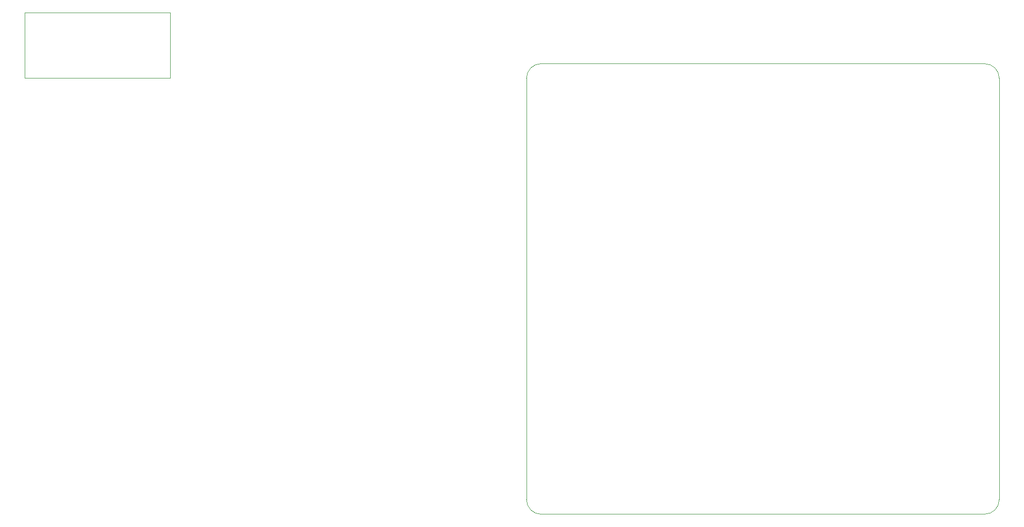
<source format=gbr>
%TF.GenerationSoftware,KiCad,Pcbnew,7.0.8*%
%TF.CreationDate,2025-04-12T00:46:54+05:30*%
%TF.ProjectId,hardware assignement,68617264-7761-4726-9520-61737369676e,rev?*%
%TF.SameCoordinates,Original*%
%TF.FileFunction,Profile,NP*%
%FSLAX46Y46*%
G04 Gerber Fmt 4.6, Leading zero omitted, Abs format (unit mm)*
G04 Created by KiCad (PCBNEW 7.0.8) date 2025-04-12 00:46:54*
%MOMM*%
%LPD*%
G01*
G04 APERTURE LIST*
%TA.AperFunction,Profile*%
%ADD10C,0.100000*%
%TD*%
G04 APERTURE END LIST*
D10*
X111760000Y-102870000D02*
X111760000Y-29210000D01*
X191770000Y-105410000D02*
X114300000Y-105410000D01*
X194310000Y-29210000D02*
X194310000Y-102870000D01*
X114300000Y-26670000D02*
X191770000Y-26670000D01*
X194310000Y-29210000D02*
G75*
G03*
X191770000Y-26670000I-2540000J0D01*
G01*
X191770000Y-105410000D02*
G75*
G03*
X194310000Y-102870000I0J2540000D01*
G01*
X111760000Y-102870000D02*
G75*
G03*
X114300000Y-105410000I2540000J0D01*
G01*
X114300000Y-26670000D02*
G75*
G03*
X111760000Y-29210000I0J-2540000D01*
G01*
X24130000Y-17780000D02*
X49530000Y-17780000D01*
X49530000Y-29210000D01*
X24130000Y-29210000D01*
X24130000Y-17780000D01*
M02*

</source>
